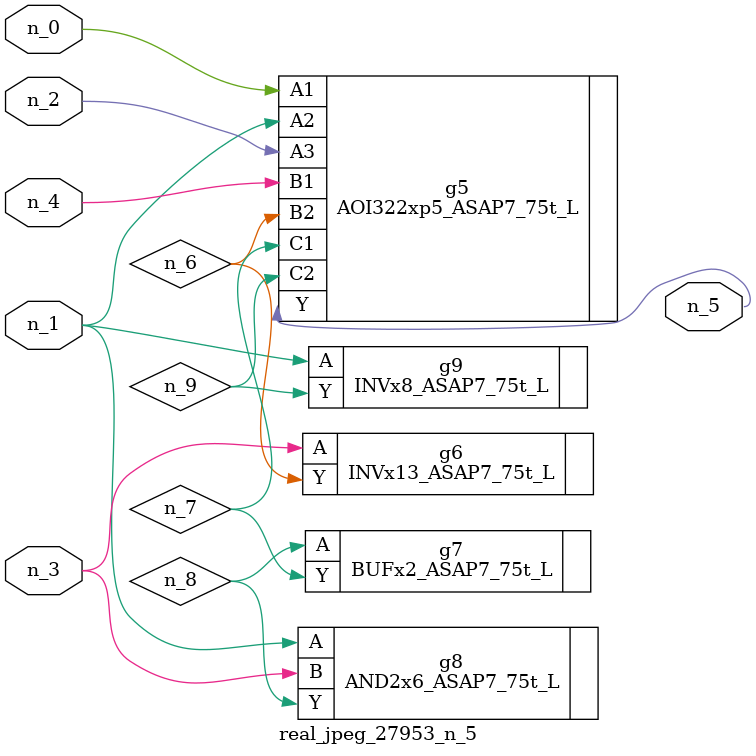
<source format=v>
module real_jpeg_27953_n_5 (n_4, n_0, n_1, n_2, n_3, n_5);

input n_4;
input n_0;
input n_1;
input n_2;
input n_3;

output n_5;

wire n_8;
wire n_6;
wire n_7;
wire n_9;

AOI322xp5_ASAP7_75t_L g5 ( 
.A1(n_0),
.A2(n_1),
.A3(n_2),
.B1(n_4),
.B2(n_6),
.C1(n_7),
.C2(n_9),
.Y(n_5)
);

AND2x6_ASAP7_75t_L g8 ( 
.A(n_1),
.B(n_3),
.Y(n_8)
);

INVx8_ASAP7_75t_L g9 ( 
.A(n_1),
.Y(n_9)
);

INVx13_ASAP7_75t_L g6 ( 
.A(n_3),
.Y(n_6)
);

BUFx2_ASAP7_75t_L g7 ( 
.A(n_8),
.Y(n_7)
);


endmodule
</source>
